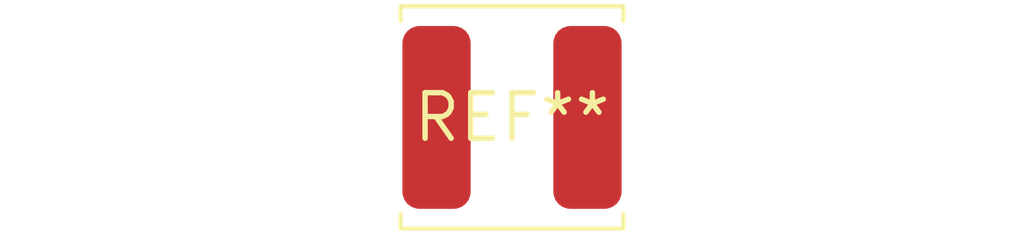
<source format=kicad_pcb>
(kicad_pcb (version 20240108) (generator pcbnew)
  (layers (0 "F.Cu" signal) (31 "B.Cu" signal) (34 "B.Paste" user) (35 "F.Paste" user) (36 "B.SilkS" user "B.Silkscreen") (37 "F.SilkS" user "F.Silkscreen") (38 "B.Mask" user) (39 "F.Mask" user) (44 "Edge.Cuts" user))
  (net 0 "")
  (footprint "L_TDK_VLS6045EX_VLS6045AF" (layer "F.Cu") (at 0 0)
    (property "Reference" "REF**")
    (property "Value" "L_TDK_VLS6045EX_VLS6045AF")
    (fp_line (start -3.1 -3.1) (end -3.1 -2.7) (layer "F.SilkS") (stroke (width 0.12)))
    (fp_line (start -3.1 -3.1) (end 3.1 -3.1) (layer "F.SilkS") (stroke (width 0.12)))
    (fp_line (start -3.1 3.1) (end -3.1 2.7) (layer "F.SilkS") (stroke (width 0.12)))
    (fp_line (start -3.1 3.1) (end 3.1 3.1) (layer "F.SilkS") (stroke (width 0.12)))
    (fp_line (start 3.1 -3.1) (end 3.1 -2.7) (layer "F.SilkS") (stroke (width 0.12)))
    (fp_line (start 3.1 3.1) (end 3.1 2.7) (layer "F.SilkS") (stroke (width 0.12)))
    (pad "1" smd roundrect (at -2.1 0) (size 1.9 5.1) (layers "F.Cu" "F.Paste" "F.Mask"))
    (pad "2" smd roundrect (at 2.1 0) (size 1.9 5.1) (layers "F.Cu" "F.Paste" "F.Mask"))
  )
)
</source>
